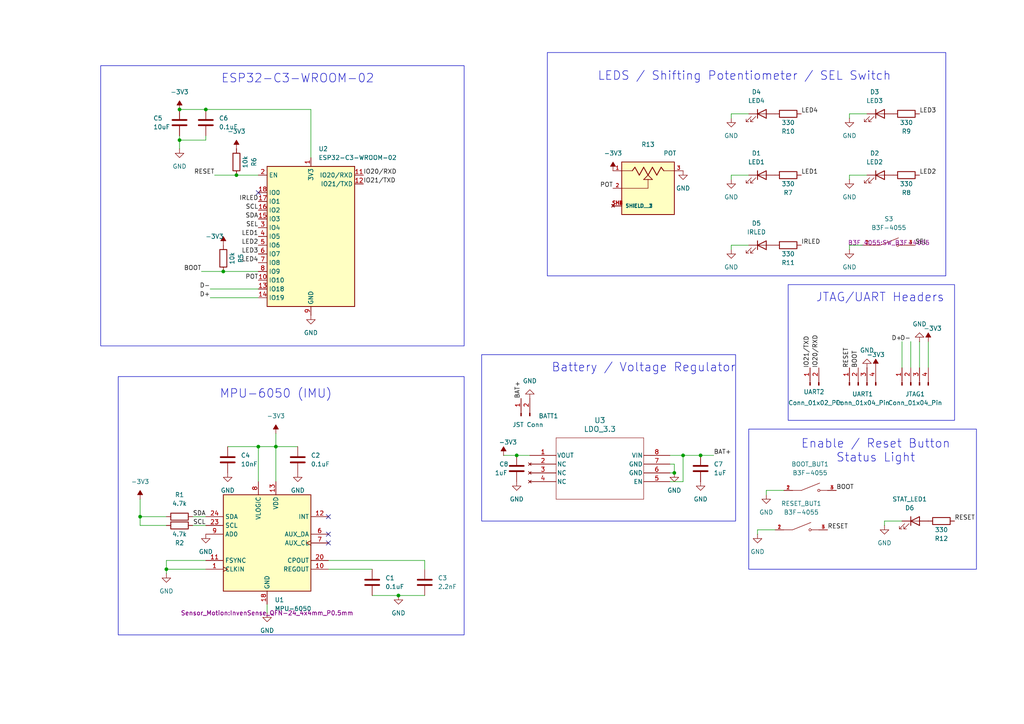
<source format=kicad_sch>
(kicad_sch (version 20250114) (generator "eeschema") (generator_version "9.0")
  (paper "A4")
  (lib_symbols
    (symbol "B3F-4055:B3F-4055" (pin_names (offset 1.016))
      (property "Reference" "S" (at -2.54 2.54 0))
      (property "Value" "B3F-4055" (at -2.54 -2.54 0))
      (symbol "B3F-4055_0_0"
        (polyline (pts (xy -2.54 0) (xy -5.08 0)) (stroke (width 0.1524)))
        (polyline (pts (xy -2.54 0) (xy 2.794 2.1336)) (stroke (width 0.1524)))
        (circle (center 2.54 0) (radius 0.3302) (stroke (width 0.1524)))
        (polyline (pts (xy 5.08 0) (xy 2.921 0)) (stroke (width 0.1524)))
        (pin passive line (at -7.62 0 0) (length 2.54) (name "~") (number "1"))
        (pin passive line (at -7.62 0 0) (length 2.54) (name "~") (number "2"))
        (pin passive line (at 7.62 0 180) (length 2.54) (name "~") (number "3"))
        (pin passive line (at 7.62 0 180) (length 2.54) (name "~") (number "4"))
      )
    )
    (symbol "Connector:Conn_01x02_Pin" (pin_names (offset 1.016) (hide yes))
      (property "Reference" "J" (at 0 2.54 0))
      (property "Value" "Conn_01x02_Pin" (at 0 -5.08 0))
      (symbol "Conn_01x02_Pin_1_1"
        (rectangle (start 0.8636 0.127) (end 0 -0.127) (stroke (width 0.1524)) (fill (type outline)))
        (rectangle (start 0.8636 -2.413) (end 0 -2.667) (stroke (width 0.1524)) (fill (type outline)))
        (polyline (pts (xy 1.27 0) (xy 0.8636 0)) (stroke (width 0.1524)))
        (polyline (pts (xy 1.27 -2.54) (xy 0.8636 -2.54)) (stroke (width 0.1524)))
        (pin passive line (at 5.08 0 180) (length 3.81) (name "Pin_1") (number "1"))
        (pin passive line (at 5.08 -2.54 180) (length 3.81) (name "Pin_2") (number "2"))
      )
    )
    (symbol "Connector:Conn_01x04_Pin" (pin_names (offset 1.016) (hide yes))
      (property "Reference" "J" (at 0 5.08 0))
      (property "Value" "Conn_01x04_Pin" (at 0 -7.62 0))
      (symbol "Conn_01x04_Pin_1_1"
        (rectangle (start 0.8636 2.667) (end 0 2.413) (stroke (width 0.1524)) (fill (type outline)))
        (rectangle (start 0.8636 0.127) (end 0 -0.127) (stroke (width 0.1524)) (fill (type outline)))
        (rectangle (start 0.8636 -2.413) (end 0 -2.667) (stroke (width 0.1524)) (fill (type outline)))
        (rectangle (start 0.8636 -4.953) (end 0 -5.207) (stroke (width 0.1524)) (fill (type outline)))
        (polyline (pts (xy 1.27 2.54) (xy 0.8636 2.54)) (stroke (width 0.1524)))
        (polyline (pts (xy 1.27 0) (xy 0.8636 0)) (stroke (width 0.1524)))
        (polyline (pts (xy 1.27 -2.54) (xy 0.8636 -2.54)) (stroke (width 0.1524)))
        (polyline (pts (xy 1.27 -5.08) (xy 0.8636 -5.08)) (stroke (width 0.1524)))
        (pin passive line (at 5.08 2.54 180) (length 3.81) (name "Pin_1") (number "1"))
        (pin passive line (at 5.08 0 180) (length 3.81) (name "Pin_2") (number "2"))
        (pin passive line (at 5.08 -2.54 180) (length 3.81) (name "Pin_3") (number "3"))
        (pin passive line (at 5.08 -5.08 180) (length 3.81) (name "Pin_4") (number "4"))
      )
    )
    (symbol "Device:C" (pin_numbers (hide yes)) (pin_names (offset 0.254))
      (property "Reference" "C" (at 0.635 2.54 0))
      (property "Value" "C" (at 0.635 -2.54 0))
      (symbol "C_0_1"
        (polyline (pts (xy -2.032 0.762) (xy 2.032 0.762)) (stroke (width 0.508)))
        (polyline (pts (xy -2.032 -0.762) (xy 2.032 -0.762)) (stroke (width 0.508)))
      )
      (symbol "C_1_1"
        (pin passive line (at 0 3.81 270) (length 2.794) (name "~") (number "1"))
        (pin passive line (at 0 -3.81 90) (length 2.794) (name "~") (number "2"))
      )
    )
    (symbol "Device:LED" (pin_numbers (hide yes)) (pin_names (offset 1.016) (hide yes))
      (property "Reference" "D" (at 0 2.54 0))
      (property "Value" "LED" (at 0 -2.54 0))
      (symbol "LED_0_1"
        (polyline (pts (xy -3.048 -0.762) (xy -4.572 -2.286) (xy -3.81 -2.286) (xy -4.572 -2.286) (xy -4.572 -1.524)))
        (polyline (pts (xy -1.778 -0.762) (xy -3.302 -2.286) (xy -2.54 -2.286) (xy -3.302 -2.286) (xy -3.302 -1.524)))
        (polyline (pts (xy -1.27 0) (xy 1.27 0)))
        (polyline (pts (xy -1.27 -1.27) (xy -1.27 1.27)) (stroke (width 0.254)))
        (polyline (pts (xy 1.27 -1.27) (xy 1.27 1.27) (xy -1.27 0) (xy 1.27 -1.27)) (stroke (width 0.254)))
      )
      (symbol "LED_1_1"
        (pin passive line (at -3.81 0 0) (length 2.54) (name "K") (number "1"))
        (pin passive line (at 3.81 0 180) (length 2.54) (name "A") (number "2"))
      )
    )
    (symbol "Device:R" (pin_numbers (hide yes)) (pin_names (offset 0))
      (property "Reference" "R" (at 2.032 0 90))
      (property "Value" "R" (at 0 0 90))
      (symbol "R_0_1"
        (rectangle (start -1.016 -2.54) (end 1.016 2.54) (stroke (width 0.254)))
      )
      (symbol "R_1_1"
        (pin passive line (at 0 3.81 270) (length 1.27) (name "~") (number "1"))
        (pin passive line (at 0 -3.81 90) (length 1.27) (name "~") (number "2"))
      )
    )
    (symbol "Lin_Volt_Reg_Sym:AP2112M-3.3TRG1" (pin_names (offset 0.254))
      (property "Reference" "U3" (at 20.32 10.16 0))
      (property "Value" "AP2112M-3.3TRG1" (at 20.32 7.62 0))
      (symbol "AP2112M-3.3TRG1_0_1"
        (polyline (pts (xy 7.62 5.08) (xy 7.62 -12.7)) (stroke (width 0.127)))
        (polyline (pts (xy 7.62 -12.7) (xy 33.02 -12.7)) (stroke (width 0.127)))
        (polyline (pts (xy 33.02 5.08) (xy 7.62 5.08)) (stroke (width 0.127)))
        (polyline (pts (xy 33.02 -12.7) (xy 33.02 5.08)) (stroke (width 0.127)))
        (pin output line (at 0 0 0) (length 7.62) (name "VOUT") (number "1"))
        (pin no_connect line (at 0 -2.54 0) (length 7.62) (name "NC") (number "2"))
        (pin no_connect line (at 0 -5.08 0) (length 7.62) (name "NC") (number "3"))
        (pin no_connect line (at 0 -7.62 0) (length 7.62) (name "NC") (number "4"))
      )
      (symbol "AP2112M-3.3TRG1_1_1"
        (pin input line (at 40.64 0 180) (length 7.62) (name "VIN") (number "8"))
        (pin passive line (at 40.64 -2.54 180) (length 7.62) (name "GND") (number "7"))
        (pin passive line (at 40.64 -5.08 180) (length 7.62) (name "GND") (number "6"))
        (pin input line (at 40.64 -7.62 180) (length 7.62) (name "EN") (number "5"))
      )
    )
    (symbol "PTA4543-2015CPB104:PTA4543-2015CPB104" (pin_names (offset 1.016))
      (property "Reference" "R13" (at 0 12.7 0))
      (property "Value" "PTA4543-2015CPB104" (at 6.35 10.16 0))
      (symbol "PTA4543-2015CPB104_0_0"
        (rectangle (start -7.62 7.62) (end 7.62 -7.62) (stroke (width 0.254)) (fill (type background)))
        (polyline (pts (xy -7.62 5.08) (xy -4.572 5.08)) (stroke (width 0.1524)))
        (polyline (pts (xy -4.572 5.08) (xy -3.81 6.096)) (stroke (width 0.254)))
        (polyline (pts (xy -3.81 6.096) (xy -2.54 3.81)) (stroke (width 0.254)))
        (polyline (pts (xy -2.54 3.81) (xy -1.27 6.096)) (stroke (width 0.254)))
        (polyline (pts (xy -1.27 6.096) (xy 0 3.81)) (stroke (width 0.254)))
        (polyline (pts (xy -1.27 2.54) (xy 0 3.81)) (stroke (width 0.2032)))
        (polyline (pts (xy 0 3.81) (xy 1.27 6.096)) (stroke (width 0.254)))
        (polyline (pts (xy 0 3.81) (xy 1.27 2.54)) (stroke (width 0.2032)))
        (polyline (pts (xy 0 2.54) (xy -1.27 2.54)) (stroke (width 0.2032)))
        (polyline (pts (xy 0 2.54) (xy 0 0)) (stroke (width 0.1524)))
        (polyline (pts (xy 0 0) (xy -7.62 0)) (stroke (width 0.1524)))
        (polyline (pts (xy 1.27 6.096) (xy 2.54 3.81)) (stroke (width 0.254)))
        (polyline (pts (xy 1.27 2.54) (xy 0 2.54)) (stroke (width 0.2032)))
        (polyline (pts (xy 2.54 3.81) (xy 3.81 6.096)) (stroke (width 0.254)))
        (polyline (pts (xy 3.81 6.096) (xy 4.572 5.08)) (stroke (width 0.254)))
        (polyline (pts (xy 4.572 5.08) (xy 7.62 5.08)) (stroke (width 0.1524)))
        (pin passive line (at -10.16 5.08 0) (length 2.54) (name "~") (number "1"))
        (pin passive line (at -10.16 0 0) (length 2.54) (name "~") (number "2"))
        (pin passive line (at 10.16 5.08 180) (length 2.54) (name "~") (number "3"))
      )
      (symbol "PTA4543-2015CPB104_1_0"
        (pin no_connect line (at -10.16 -5.08 0) (length 2.54) (name "SHIELD") (number "SH1"))
        (pin no_connect line (at -10.16 -5.08 0) (length 2.54) (name "SHIELD__1") (number "SH2"))
        (pin no_connect line (at -10.16 -5.08 0) (length 2.54) (name "SHIELD__2") (number "SH3"))
        (pin no_connect line (at -10.16 -5.08 0) (length 2.54) (name "SHIELD__3") (number "SH4"))
      )
    )
    (symbol "RF_Module:ESP32-C3-WROOM-02"
      (property "Reference" "U" (at -12.192 21.336 0))
      (property "Value" "ESP32-C3-WROOM-02" (at 12.192 21.336 0))
      (symbol "ESP32-C3-WROOM-02_1_1"
        (rectangle (start -12.7 20.32) (end 12.7 -20.32) (stroke (width 0.254)) (fill (type background)))
        (pin input line (at -15.24 17.78 0) (length 2.54) (name "EN") (number "2"))
        (pin bidirectional line (at -15.24 12.7 0) (length 2.54) (name "IO0") (number "18"))
        (pin bidirectional line (at -15.24 10.16 0) (length 2.54) (name "IO1") (number "17"))
        (pin bidirectional line (at -15.24 7.62 0) (length 2.54) (name "IO2") (number "16"))
        (pin bidirectional line (at -15.24 5.08 0) (length 2.54) (name "IO3") (number "15"))
        (pin bidirectional line (at -15.24 2.54 0) (length 2.54) (name "IO4") (number "3"))
        (pin bidirectional line (at -15.24 0 0) (length 2.54) (name "IO5") (number "4"))
        (pin bidirectional line (at -15.24 -2.54 0) (length 2.54) (name "IO6") (number "5"))
        (pin bidirectional line (at -15.24 -5.08 0) (length 2.54) (name "IO7") (number "6"))
        (pin bidirectional line (at -15.24 -7.62 0) (length 2.54) (name "IO8") (number "7"))
        (pin bidirectional line (at -15.24 -10.16 0) (length 2.54) (name "IO9") (number "8"))
        (pin bidirectional line (at -15.24 -12.7 0) (length 2.54) (name "IO10") (number "10"))
        (pin bidirectional line (at -15.24 -15.24 0) (length 2.54) (name "IO18") (number "13"))
        (pin bidirectional line (at -15.24 -17.78 0) (length 2.54) (name "IO19") (number "14"))
        (pin power_in line (at 0 22.86 270) (length 2.54) (name "3V3") (number "1"))
        (pin passive line (at 0 -22.86 90) (length 2.54) (hide yes) (name "GND") (number "19"))
        (pin power_in line (at 0 -22.86 90) (length 2.54) (name "GND") (number "9"))
        (pin bidirectional line (at 15.24 17.78 180) (length 2.54) (name "IO20/RXD") (number "11"))
        (pin bidirectional line (at 15.24 15.24 180) (length 2.54) (name "IO21/TXD") (number "12"))
      )
    )
    (symbol "Sensor_Motion:MPU-6050"
      (property "Reference" "U1" (at 2.1941 -16.51 0))
      (property "Value" "MPU-6050" (at 2.1941 -19.05 0))
      (symbol "MPU-6050_0_0"
        (text "" (at 12.7 -2.54 0) (effects (font (size 1.27 1.27))))
      )
      (symbol "MPU-6050_0_1"
        (rectangle (start -12.7 13.97) (end 12.7 -13.97) (stroke (width 0.254)) (fill (type background)))
      )
      (symbol "MPU-6050_1_1"
        (pin bidirectional line (at -17.78 7.62 0) (length 5.08) (name "SDA") (number "24"))
        (pin input line (at -17.78 5.08 0) (length 5.08) (name "SCL") (number "23"))
        (pin input line (at -17.78 2.54 0) (length 5.08) (name "AD0") (number "9"))
        (pin input line (at -17.78 -5.08 0) (length 5.08) (name "FSYNC") (number "11"))
        (pin input clock (at -17.78 -7.62 0) (length 5.08) (name "CLKIN") (number "1"))
        (pin no_connect line (at -12.7 12.7 0) (length 2.54) (hide yes) (name "NC") (number "2"))
        (pin no_connect line (at -12.7 10.16 0) (length 2.54) (hide yes) (name "NC") (number "3"))
        (pin no_connect line (at -12.7 0 0) (length 2.54) (hide yes) (name "NC") (number "4"))
        (pin no_connect line (at -12.7 -2.54 0) (length 2.54) (hide yes) (name "NC") (number "5"))
        (pin no_connect line (at -12.7 -10.16 0) (length 2.54) (hide yes) (name "NC") (number "14"))
        (pin power_in line (at -2.54 17.78 270) (length 3.81) (name "VLOGIC") (number "8"))
        (pin power_in line (at 0 -17.78 90) (length 3.81) (name "GND") (number "18"))
        (pin power_in line (at 2.54 17.78 270) (length 3.81) (name "VDD") (number "13"))
        (pin no_connect line (at 12.7 12.7 180) (length 2.54) (hide yes) (name "NC") (number "15"))
        (pin no_connect line (at 12.7 10.16 180) (length 2.54) (hide yes) (name "NC") (number "16"))
        (pin no_connect line (at 12.7 5.08 180) (length 2.54) (hide yes) (name "NC") (number "17"))
        (pin no_connect line (at 12.7 -2.54 180) (length 2.54) (hide yes) (name "RESV") (number "21"))
        (pin no_connect line (at 12.7 -10.16 180) (length 2.54) (hide yes) (name "RESV") (number "19"))
        (pin no_connect line (at 12.7 -12.7 180) (length 2.54) (hide yes) (name "RESV") (number "22"))
        (pin output line (at 17.78 7.62 180) (length 5.08) (name "INT") (number "12"))
        (pin bidirectional line (at 17.78 2.54 180) (length 5.08) (name "AUX_DA") (number "6"))
        (pin output clock (at 17.78 0 180) (length 5.08) (name "AUX_CL") (number "7"))
        (pin passive line (at 17.78 -5.08 180) (length 5.08) (name "CPOUT") (number "20"))
        (pin passive line (at 17.78 -7.62 180) (length 5.08) (name "REGOUT") (number "10"))
      )
    )
    (symbol "power:-3V3" (power) (pin_numbers (hide yes)) (pin_names (offset 0) (hide yes))
      (property "Value" "-3V3" (at 0 3.556 0))
      (symbol "-3V3_0_0"
        (pin power_in line (at 0 0 90) (length 0) (name "~") (number "1"))
      )
      (symbol "-3V3_0_1"
        (polyline (pts (xy 0 0) (xy 0 1.27) (xy 0.762 1.27) (xy 0 2.54) (xy -0.762 1.27) (xy 0 1.27)) (fill (type outline)))
      )
    )
    (symbol "power:GND" (power) (pin_numbers (hide yes)) (pin_names (offset 0) (hide yes))
      (property "Value" "GND" (at 0 -3.81 0))
      (symbol "GND_0_1"
        (polyline (pts (xy 0 0) (xy 0 -1.27) (xy 1.27 -1.27) (xy 0 -2.54) (xy -1.27 -1.27) (xy 0 -1.27)))
      )
      (symbol "GND_1_1"
        (pin power_in line (at 0 0 270) (length 0) (name "~") (number "1"))
      )
    )
  )
  (rectangle (start 139.7 102.87) (end 213.36 151.13))
  (rectangle (start 34.29 109.22) (end 134.62 184.15))
  (rectangle (start 228.6 82.55) (end 276.86 121.92))
  (rectangle (start 29.21 19.05) (end 134.62 100.33))
  (rectangle (start 158.75 15.24) (end 274.32 80.01))
  (rectangle (start 217.17 124.46) (end 283.21 165.1))
  (text "Enable / Reset Button\nStatus Light" (at 254 130.81 0) (effects (font (size 2.5 2.5))))
  (text "LEDS / Shifting Potentiometer / SEL Switch\n\n" (at 215.9 24.13 0) (effects (font (size 2.5 2.5))))
  (text "Battery / Voltage Regulator" (at 186.69 106.68 0) (effects (font (size 2.5 2.5))))
  (text "ESP32-C3-WROOM-02\n" (at 86.36 22.86 0) (effects (font (size 2.5 2.5))))
  (text "JTAG/UART Headers\n" (at 255.27 86.36 0) (effects (font (size 2.5 2.5))))
  (text "MPU-6050 (IMU)\n" (at 80.01 114.3 0) (effects (font (size 2.5 2.5))))
  (junction (at 74.93 129.54))
  (junction (at 203.2 132.08))
  (junction (at 68.58 50.8))
  (junction (at 52.07 40.64))
  (junction (at 52.07 31.75))
  (junction (at 64.77 78.74))
  (junction (at 198.12 132.08))
  (junction (at 149.86 132.08))
  (junction (at 40.64 149.86))
  (junction (at 59.69 31.75))
  (junction (at 195.58 137.16))
  (junction (at 48.26 165.1))
  (junction (at 80.01 129.54))
  (junction (at 115.57 172.72))
  (no_connect (at 95.25 149.86))
  (no_connect (at 95.25 157.48))
  (no_connect (at 95.25 154.94))
  (no_connect (at 74.93 55.88))
  (wire (pts (xy 115.57 172.72) (xy 123.19 172.72)))
  (wire (pts (xy 266.7 99.06) (xy 266.7 106.68)))
  (wire (pts (xy 80.01 129.54) (xy 80.01 139.7)))
  (wire (pts (xy 55.88 152.4) (xy 59.69 152.4)))
  (wire (pts (xy 66.04 129.54) (xy 74.93 129.54)))
  (wire (pts (xy 246.38 33.02) (xy 246.38 34.29)))
  (wire (pts (xy 59.69 165.1) (xy 48.26 165.1)))
  (wire (pts (xy 59.69 39.37) (xy 59.69 40.64)))
  (wire (pts (xy 52.07 39.37) (xy 52.07 40.64)))
  (wire (pts (xy 48.26 162.56) (xy 59.69 162.56)))
  (wire (pts (xy 74.93 129.54) (xy 74.93 139.7)))
  (wire (pts (xy 195.58 137.16) (xy 194.31 137.16)))
  (wire (pts (xy 52.07 31.75) (xy 59.69 31.75)))
  (wire (pts (xy 246.38 71.12) (xy 246.38 72.39)))
  (wire (pts (xy 251.46 50.8) (xy 246.38 50.8)))
  (wire (pts (xy 55.88 149.86) (xy 59.69 149.86)))
  (wire (pts (xy 212.09 33.02) (xy 212.09 34.29)))
  (wire (pts (xy 48.26 152.4) (xy 40.64 152.4)))
  (wire (pts (xy 217.17 50.8) (xy 212.09 50.8)))
  (wire (pts (xy 203.2 132.08) (xy 207.01 132.08)))
  (wire (pts (xy 62.23 50.8) (xy 68.58 50.8)))
  (wire (pts (xy 251.46 33.02) (xy 246.38 33.02)))
  (wire (pts (xy 95.25 165.1) (xy 107.95 165.1)))
  (wire (pts (xy 149.86 132.08) (xy 153.67 132.08)))
  (wire (pts (xy 95.25 162.56) (xy 123.19 162.56)))
  (wire (pts (xy 195.58 134.62) (xy 195.58 137.16)))
  (wire (pts (xy 48.26 165.1) (xy 48.26 166.37)))
  (wire (pts (xy 219.71 153.67) (xy 219.71 154.94)))
  (wire (pts (xy 107.95 172.72) (xy 115.57 172.72)))
  (wire (pts (xy 194.31 132.08) (xy 198.12 132.08)))
  (wire (pts (xy 48.26 162.56) (xy 48.26 165.1)))
  (wire (pts (xy 212.09 50.8) (xy 212.09 52.07)))
  (wire (pts (xy 60.96 83.82) (xy 74.93 83.82)))
  (wire (pts (xy 48.26 149.86) (xy 40.64 149.86)))
  (wire (pts (xy 40.64 144.78) (xy 40.64 149.86)))
  (wire (pts (xy 269.24 99.06) (xy 269.24 106.68)))
  (wire (pts (xy 217.17 71.12) (xy 212.09 71.12)))
  (wire (pts (xy 261.62 99.06) (xy 261.62 106.68)))
  (wire (pts (xy 80.01 125.73) (xy 80.01 129.54)))
  (wire (pts (xy 224.79 153.67) (xy 219.71 153.67)))
  (wire (pts (xy 264.16 99.06) (xy 264.16 106.68)))
  (wire (pts (xy 222.25 142.24) (xy 222.25 143.51)))
  (wire (pts (xy 227.33 142.24) (xy 222.25 142.24)))
  (wire (pts (xy 123.19 162.56) (xy 123.19 165.1)))
  (wire (pts (xy 194.31 134.62) (xy 195.58 134.62)))
  (wire (pts (xy 90.17 45.72) (xy 90.17 31.75)))
  (wire (pts (xy 217.17 33.02) (xy 212.09 33.02)))
  (wire (pts (xy 68.58 50.8) (xy 74.93 50.8)))
  (wire (pts (xy 59.69 31.75) (xy 90.17 31.75)))
  (wire (pts (xy 261.62 151.13) (xy 256.54 151.13)))
  (wire (pts (xy 194.31 139.7) (xy 198.12 139.7)))
  (wire (pts (xy 146.05 132.08) (xy 149.86 132.08)))
  (wire (pts (xy 198.12 132.08) (xy 198.12 139.7)))
  (wire (pts (xy 250.19 71.12) (xy 246.38 71.12)))
  (wire (pts (xy 74.93 129.54) (xy 80.01 129.54)))
  (wire (pts (xy 40.64 152.4) (xy 40.64 149.86)))
  (wire (pts (xy 52.07 40.64) (xy 52.07 43.18)))
  (wire (pts (xy 256.54 151.13) (xy 256.54 152.4)))
  (wire (pts (xy 212.09 71.12) (xy 212.09 72.39)))
  (wire (pts (xy 60.96 86.36) (xy 74.93 86.36)))
  (wire (pts (xy 64.77 78.74) (xy 74.93 78.74)))
  (wire (pts (xy 80.01 129.54) (xy 86.36 129.54)))
  (wire (pts (xy 246.38 50.8) (xy 246.38 52.07)))
  (wire (pts (xy 58.42 78.74) (xy 64.77 78.74)))
  (wire (pts (xy 198.12 132.08) (xy 203.2 132.08)))
  (wire (pts (xy 77.47 175.26) (xy 77.47 177.8)))
  (wire (pts (xy 52.07 40.64) (xy 59.69 40.64)))
  (label "D+" (at 60.96 86.36 180))
  (label "IRLED" (at 232.41 71.12 0))
  (label "IO20/RXD" (at 105.41 50.8 0))
  (label "IRLED" (at 74.93 58.42 180))
  (label "RESET" (at 240.03 153.67 0))
  (label "LED4" (at 74.93 76.2 180))
  (label "LED1" (at 232.41 50.8 0))
  (label "RESET" (at 246.38 106.68 90))
  (label "SCL" (at 74.93 60.96 180))
  (label "BAT+" (at 151.13 115.57 90))
  (label "D+" (at 261.62 99.06 180))
  (label "IO21/TXD" (at 234.95 106.68 90))
  (label "D-" (at 264.16 99.06 180))
  (label "BOOT" (at 248.92 106.68 90))
  (label "IO20/RXD" (at 237.49 106.68 90))
  (label "SDA" (at 59.69 149.86 180))
  (label "BAT+" (at 207.01 132.08 0))
  (label "POT" (at 177.8 54.61 180))
  (label "SEL" (at 265.43 71.12 0))
  (label "IO21/TXD" (at 105.41 53.34 0))
  (label "LED4" (at 232.41 33.02 0))
  (label "SCL" (at 59.69 152.4 180))
  (label "BOOT" (at 58.42 78.74 180))
  (label "LED3" (at 266.7 33.02 0))
  (label "LED2" (at 74.93 71.12 180))
  (label "BOOT" (at 242.57 142.24 0))
  (label "SEL" (at 74.93 66.04 180))
  (label "LED1" (at 74.93 68.58 180))
  (label "SDA" (at 74.93 63.5 180))
  (label "LED2" (at 266.7 50.8 0))
  (label "D-" (at 60.96 83.82 180))
  (label "RESET" (at 62.23 50.8 180))
  (label "POT" (at 74.93 81.28 180))
  (label "LED3" (at 74.93 73.66 180))
  (label "RESET" (at 276.86 151.13 0))
  (symbol (lib_id "Connector:Conn_01x02_Pin") (at 234.95 111.76 90) (unit 1)
    (property "Reference" "UART2" (at 233.045 113.665 90) (effects (justify right)))
    (property "Value" "Conn_01x02_Pin" (at 228.6 116.84 90) (effects (justify right)))
    (property "Footprint" "Connector_PinHeader_2.54mm:PinHeader_1x02_P2.54mm_Vertical" (effects (hide yes)))
    (property "Description" "Generic connector, single row, 01x02, script generated" (effects (hide yes)))
  )
  (symbol (lib_id "Device:C") (at 123.19 168.91 0) (unit 1)
    (property "Reference" "C3" (at 127 167.6399 0) (effects (justify left)))
    (property "Value" "2.2nF" (at 127 170.1799 0) (effects (justify left)))
    (property "Footprint" "Capacitor_SMD:C_0805_2012Metric_Pad1.18x1.45mm_HandSolder" (effects (hide yes)))
    (property "Description" "Unpolarized capacitor" (effects (hide yes)))
  )
  (symbol (lib_id "power:GND") (at 256.54 152.4 0) (unit 1)
    (property "Reference" "#PWR029" (effects (hide yes)))
    (property "Value" "GND" (at 256.54 157.48 0))
    (property "Description" "Power symbol creates a global label with name \"GND\" , ground" (effects (hide yes)))
  )
  (symbol (lib_id "Device:LED") (at 255.27 50.8 0) (unit 1)
    (property "Reference" "D2" (at 253.6825 44.45 0))
    (property "Value" "LED2" (at 253.6825 46.99 0))
    (property "Footprint" "LED_THT:LED_D3.0mm" (effects (hide yes)))
    (property "Description" "Light emitting diode" (effects (hide yes)))
    (property "Sim.Pins" "1=K 2=A" (effects (hide yes)))
  )
  (symbol (lib_id "Device:C") (at 52.07 35.56 0) (unit 1)
    (property "Reference" "C5" (at 44.45 34.29 0) (effects (justify left)))
    (property "Value" "10uF" (at 44.45 36.83 0) (effects (justify left)))
    (property "Footprint" "Capacitor_SMD:C_0805_2012Metric_Pad1.18x1.45mm_HandSolder" (effects (hide yes)))
    (property "Description" "Unpolarized capacitor" (effects (hide yes)))
  )
  (symbol (lib_id "power:-3V3") (at 80.01 125.73 0) (unit 1)
    (property "Reference" "#PWR04" (effects (hide yes)))
    (property "Value" "-3V3" (at 80.01 120.65 0))
    (property "Description" "Power symbol creates a global label with name \"-3V3\"" (effects (hide yes)))
  )
  (symbol (lib_id "power:-3V3") (at 68.58 43.18 0) (unit 1)
    (property "Reference" "#PWR013" (effects (hide yes)))
    (property "Value" "-3V3" (at 68.58 38.1 0))
    (property "Description" "Power symbol creates a global label with name \"-3V3\"" (effects (hide yes)))
  )
  (symbol (lib_id "power:GND") (at 212.09 34.29 0) (unit 1)
    (property "Reference" "#PWR018" (effects (hide yes)))
    (property "Value" "GND" (at 212.09 39.37 0))
    (property "Description" "Power symbol creates a global label with name \"GND\" , ground" (effects (hide yes)))
  )
  (symbol (lib_id "power:GND") (at 198.12 49.53 0) (unit 1)
    (property "Reference" "#PWR032" (effects (hide yes)))
    (property "Value" "GND" (at 198.12 54.61 0))
    (property "Description" "Power symbol creates a global label with name \"GND\" , ground" (effects (hide yes)))
  )
  (symbol (lib_id "power:GND") (at 195.58 137.16 0) (unit 1)
    (property "Reference" "#PWR028" (effects (hide yes)))
    (property "Value" "GND" (at 195.58 142.24 0))
    (property "Description" "Power symbol creates a global label with name \"GND\" , ground" (effects (hide yes)))
  )
  (symbol (lib_id "power:-3V3") (at 146.05 132.08 0) (unit 1)
    (property "Reference" "#PWR026" (effects (hide yes)))
    (property "Value" "-3V3" (at 147.32 128.27 0))
    (property "Description" "Power symbol creates a global label with name \"-3V3\"" (effects (hide yes)))
  )
  (symbol (lib_id "power:GND") (at 90.17 91.44 0) (unit 1)
    (property "Reference" "#PWR08" (effects (hide yes)))
    (property "Value" "GND" (at 90.17 96.52 0))
    (property "Description" "Power symbol creates a global label with name \"GND\" , ground" (effects (hide yes)))
  )
  (symbol (lib_id "power:-3V3") (at 40.64 144.78 0) (unit 1)
    (property "Reference" "#PWR02" (effects (hide yes)))
    (property "Value" "-3V3" (at 40.64 139.7 0))
    (property "Description" "Power symbol creates a global label with name \"-3V3\"" (effects (hide yes)))
  )
  (symbol (lib_id "Device:LED") (at 255.27 33.02 0) (unit 1)
    (property "Reference" "D3" (at 253.6825 26.67 0))
    (property "Value" "LED3" (at 253.6825 29.21 0))
    (property "Footprint" "LED_THT:LED_D3.0mm" (effects (hide yes)))
    (property "Description" "Light emitting diode" (effects (hide yes)))
    (property "Sim.Pins" "1=K 2=A" (effects (hide yes)))
  )
  (symbol (lib_id "Device:R") (at 262.89 50.8 90) (unit 1)
    (property "Reference" "R8" (at 262.89 55.88 90))
    (property "Value" "330" (at 262.89 53.34 90))
    (property "Footprint" "Resistor_SMD:R_0805_2012Metric_Pad1.20x1.40mm_HandSolder" (effects (hide yes)))
    (property "Description" "Resistor" (effects (hide yes)))
  )
  (symbol (lib_id "power:GND") (at 251.46 106.68 180) (unit 1)
    (property "Reference" "#PWR021" (effects (hide yes)))
    (property "Value" "GND" (at 251.46 101.6 0))
    (property "Description" "Power symbol creates a global label with name \"GND\" , ground" (effects (hide yes)))
  )
  (symbol (lib_id "Device:C") (at 107.95 168.91 0) (unit 1)
    (property "Reference" "C1" (at 111.76 167.6399 0) (effects (justify left)))
    (property "Value" "0.1uF" (at 111.76 170.1799 0) (effects (justify left)))
    (property "Footprint" "Capacitor_SMD:C_0805_2012Metric_Pad1.18x1.45mm_HandSolder" (effects (hide yes)))
    (property "Description" "Unpolarized capacitor" (effects (hide yes)))
  )
  (symbol (lib_id "Connector:Conn_01x04_Pin") (at 264.16 111.76 90) (unit 1)
    (property "Reference" "JTAG1" (at 265.43 114.3 90))
    (property "Value" "Conn_01x04_Pin" (at 265.43 116.84 90))
    (property "Footprint" "Connector_PinHeader_2.54mm:PinHeader_1x04_P2.54mm_Vertical" (effects (hide yes)))
    (property "Description" "Generic connector, single row, 01x04, script generated" (effects (hide yes)))
  )
  (symbol (lib_id "Lin_Volt_Reg_Sym:AP2112M-3.3TRG1") (at 153.67 132.08 0) (unit 1)
    (property "Reference" "U3" (at 173.99 121.92 0) (effects (font (size 1.524 1.524))))
    (property "Value" "LDO_3.3" (at 173.99 124.46 0) (effects (font (size 1.524 1.524))))
    (property "Footprint" "Lin_Volt_Reg_foot:AP2112M-3.3TRG1_DIO" (effects (hide yes)))
    (property "Datasheet" "AP2112M-3.3TRG1" (effects (hide yes)))
  )
  (symbol (lib_id "Device:R") (at 68.58 46.99 180) (unit 1)
    (property "Reference" "R6" (at 73.66 46.99 90))
    (property "Value" "10k" (at 71.12 46.99 90))
    (property "Footprint" "Resistor_SMD:R_0805_2012Metric_Pad1.20x1.40mm_HandSolder" (effects (hide yes)))
    (property "Description" "Resistor" (effects (hide yes)))
  )
  (symbol (lib_id "Device:C") (at 86.36 133.35 0) (unit 1)
    (property "Reference" "C2" (at 90.17 132.0799 0) (effects (justify left)))
    (property "Value" "0.1uF" (at 90.17 134.6199 0) (effects (justify left)))
    (property "Footprint" "Capacitor_SMD:C_0805_2012Metric_Pad1.18x1.45mm_HandSolder" (effects (hide yes)))
    (property "Description" "Unpolarized capacitor" (effects (hide yes)))
  )
  (symbol (lib_id "Device:R") (at 273.05 151.13 90) (unit 1)
    (property "Reference" "R12" (at 273.05 156.21 90))
    (property "Value" "330" (at 273.05 153.67 90))
    (property "Footprint" "Resistor_SMD:R_0805_2012Metric_Pad1.20x1.40mm_HandSolder" (effects (hide yes)))
    (property "Description" "Resistor" (effects (hide yes)))
  )
  (symbol (lib_id "power:GND") (at 222.25 143.51 0) (unit 1)
    (property "Reference" "#PWR023" (effects (hide yes)))
    (property "Value" "GND" (at 222.25 148.59 0))
    (property "Description" "Power symbol creates a global label with name \"GND\" , ground" (effects (hide yes)))
  )
  (symbol (lib_id "Device:LED") (at 220.98 71.12 0) (unit 1)
    (property "Reference" "D5" (at 219.3925 64.77 0))
    (property "Value" "IRLED" (at 219.3925 67.31 0))
    (property "Footprint" "LED_THT:LED_D3.0mm" (effects (hide yes)))
    (property "Description" "Light emitting diode" (effects (hide yes)))
    (property "Sim.Pins" "1=K 2=A" (effects (hide yes)))
  )
  (symbol (lib_id "Device:C") (at 66.04 133.35 0) (unit 1)
    (property "Reference" "C4" (at 69.85 132.0799 0) (effects (justify left)))
    (property "Value" "10nF" (at 69.85 134.6199 0) (effects (justify left)))
    (property "Footprint" "Capacitor_SMD:C_0805_2012Metric_Pad1.18x1.45mm_HandSolder" (effects (hide yes)))
    (property "Description" "Unpolarized capacitor" (effects (hide yes)))
  )
  (symbol (lib_id "B3F-4055:B3F-4055") (at 234.95 142.24 0) (unit 1)
    (property "Reference" "BOOT_BUT1" (at 234.95 134.62 0))
    (property "Value" "B3F-4055" (at 234.95 137.16 0))
    (property "Footprint" "B3F_4055:SW_B3F-4055" (effects (hide yes)))
    (property "PARTREV" "A070-E1-08" (effects (hide yes)))
    (property "STANDARD" "Manufacturer Recommendations" (effects (hide yes)))
    (property "MAXIMUM_PACKAGE_HEIGHT" "7.5 mm" (effects (hide yes)))
    (property "MANUFACTURER" "Omron Electronics" (effects (hide yes)))
  )
  (symbol (lib_id "power:-3V3") (at 177.8 49.53 0) (unit 1)
    (property "Reference" "#PWR033" (effects (hide yes)))
    (property "Value" "-3V3" (at 177.8 44.45 0))
    (property "Description" "Power symbol creates a global label with name \"-3V3\"" (effects (hide yes)))
  )
  (symbol (lib_id "power:GND") (at 77.47 177.8 0) (unit 1)
    (property "Reference" "#PWR01" (effects (hide yes)))
    (property "Value" "GND" (at 77.47 182.88 0))
    (property "Description" "Power symbol creates a global label with name \"GND\" , ground" (effects (hide yes)))
  )
  (symbol (lib_id "Device:LED") (at 220.98 33.02 0) (unit 1)
    (property "Reference" "D4" (at 219.3925 26.67 0))
    (property "Value" "LED4" (at 219.3925 29.21 0))
    (property "Footprint" "LED_THT:LED_D3.0mm" (effects (hide yes)))
    (property "Description" "Light emitting diode" (effects (hide yes)))
    (property "Sim.Pins" "1=K 2=A" (effects (hide yes)))
  )
  (symbol (lib_id "power:-3V3") (at 254 106.68 0) (unit 1)
    (property "Reference" "#PWR011" (effects (hide yes)))
    (property "Value" "-3V3" (at 254 102.87 0))
    (property "Description" "Power symbol creates a global label with name \"-3V3\"" (effects (hide yes)))
  )
  (symbol (lib_id "power:GND") (at 212.09 72.39 0) (unit 1)
    (property "Reference" "#PWR019" (effects (hide yes)))
    (property "Value" "GND" (at 212.09 77.47 0))
    (property "Description" "Power symbol creates a global label with name \"GND\" , ground" (effects (hide yes)))
  )
  (symbol (lib_id "power:-3V3") (at 64.77 71.12 0) (unit 1)
    (property "Reference" "#PWR022" (effects (hide yes)))
    (property "Value" "-3V3" (at 62.23 68.58 0))
    (property "Description" "Power symbol creates a global label with name \"-3V3\"" (effects (hide yes)))
  )
  (symbol (lib_id "power:-3V3") (at 52.07 31.75 0) (unit 1)
    (property "Reference" "#PWR09" (effects (hide yes)))
    (property "Value" "-3V3" (at 52.07 26.67 0))
    (property "Description" "Power symbol creates a global label with name \"-3V3\"" (effects (hide yes)))
  )
  (symbol (lib_id "power:GND") (at 66.04 137.16 0) (unit 1)
    (property "Reference" "#PWR06" (effects (hide yes)))
    (property "Value" "GND" (at 66.04 142.24 0))
    (property "Description" "Power symbol creates a global label with name \"GND\" , ground" (effects (hide yes)))
  )
  (symbol (lib_id "power:GND") (at 246.38 52.07 0) (unit 1)
    (property "Reference" "#PWR016" (effects (hide yes)))
    (property "Value" "GND" (at 246.38 57.15 0))
    (property "Description" "Power symbol creates a global label with name \"GND\" , ground" (effects (hide yes)))
  )
  (symbol (lib_id "power:GND") (at 246.38 72.39 0) (unit 1)
    (property "Reference" "#PWR031" (effects (hide yes)))
    (property "Value" "GND" (at 246.38 77.47 0))
    (property "Description" "Power symbol creates a global label with name \"GND\" , ground" (effects (hide yes)))
  )
  (symbol (lib_id "RF_Module:ESP32-C3-WROOM-02") (at 90.17 68.58 0) (unit 1)
    (property "Reference" "U2" (at 92.3641 43.18 0) (effects (justify left)))
    (property "Value" "ESP32-C3-WROOM-02" (at 92.3641 45.72 0) (effects (justify left)))
    (property "Footprint" "RF_Module:ESP32-C3-WROOM-02" (effects (hide yes)))
    (property "Datasheet" "https://www.espressif.com/sites/default/files/documentation/esp32-c3-wroom-02_datasheet_en.pdf" (effects (hide yes)))
    (property "Description" "802.11 b/g/n Wi­Fi and Bluetooth 5 module, ESP32­C3 SoC, RISC­V microprocessor, On-board antenna" (effects (hide yes)))
  )
  (symbol (lib_id "power:GND") (at 153.67 115.57 180) (unit 1)
    (property "Reference" "#PWR025" (effects (hide yes)))
    (property "Value" "GND" (at 153.67 110.49 0))
    (property "Description" "Power symbol creates a global label with name \"GND\" , ground" (effects (hide yes)))
  )
  (symbol (lib_id "Device:LED") (at 265.43 151.13 0) (unit 1)
    (property "Reference" "STAT_LED1" (at 263.8425 144.78 0))
    (property "Value" "D6" (at 263.8425 147.32 0))
    (property "Footprint" "LED_SMD:LED_0805_2012Metric_Pad1.15x1.40mm_HandSolder" (effects (hide yes)))
    (property "Description" "Light emitting diode" (effects (hide yes)))
    (property "Sim.Pins" "1=K 2=A" (effects (hide yes)))
  )
  (symbol (lib_id "Connector:Conn_01x02_Pin") (at 151.13 120.65 90) (unit 1)
    (property "Reference" "BATT1" (at 156.21 120.65 90) (effects (justify right)))
    (property "Value" "JST Conn" (at 148.59 123.19 90) (effects (justify right)))
    (property "Footprint" "Connector_JST:JST_EH_B2B-EH-A_1x02_P2.50mm_Vertical" (effects (hide yes)))
    (property "Description" "Generic connector, single row, 01x02, script generated" (effects (hide yes)))
  )
  (symbol (lib_id "PTA4543-2015CPB104:PTA4543-2015CPB104") (at 187.96 54.61 0) (unit 1)
    (property "Reference" "R13" (at 187.96 41.91 0))
    (property "Value" "POT" (at 194.31 44.45 0))
    (property "Footprint" "PTA4543_2015CPB104:TRIM_PTA4543-2015CPB104" (effects (hide yes)))
    (property "PARTREV" "04/21" (effects (hide yes)))
    (property "MANUFACTURER" "Bourns" (effects (hide yes)))
    (property "MAXIMUM_PACKAGE_HEIGHT" "21.5mm" (effects (hide yes)))
    (property "STANDARD" "Manufacturer Recommendations" (effects (hide yes)))
  )
  (symbol (lib_id "Device:R") (at 228.6 50.8 90) (unit 1)
    (property "Reference" "R7" (at 228.6 55.88 90))
    (property "Value" "330" (at 228.6 53.34 90))
    (property "Footprint" "Resistor_SMD:R_0805_2012Metric_Pad1.20x1.40mm_HandSolder" (effects (hide yes)))
    (property "Description" "Resistor" (effects (hide yes)))
  )
  (symbol (lib_id "power:GND") (at 203.2 139.7 0) (unit 1)
    (property "Reference" "#PWR024" (effects (hide yes)))
    (property "Value" "GND" (at 203.2 144.78 0))
    (property "Description" "Power symbol creates a global label with name \"GND\" , ground" (effects (hide yes)))
  )
  (symbol (lib_id "Device:R") (at 52.07 149.86 90) (unit 1)
    (property "Reference" "R1" (at 52.07 143.51 90))
    (property "Value" "4.7k" (at 52.07 146.05 90))
    (property "Footprint" "Resistor_SMD:R_0805_2012Metric_Pad1.20x1.40mm_HandSolder" (effects (hide yes)))
    (property "Description" "Resistor" (effects (hide yes)))
  )
  (symbol (lib_id "Device:C") (at 59.69 35.56 0) (unit 1)
    (property "Reference" "C6" (at 63.5 34.2899 0) (effects (justify left)))
    (property "Value" "0.1uF" (at 63.5 36.8299 0) (effects (justify left)))
    (property "Footprint" "Capacitor_SMD:C_0805_2012Metric_Pad1.18x1.45mm_HandSolder" (effects (hide yes)))
    (property "Description" "Unpolarized capacitor" (effects (hide yes)))
  )
  (symbol (lib_id "power:GND") (at 59.69 154.94 0) (unit 1)
    (property "Reference" "#PWR034" (effects (hide yes)))
    (property "Value" "GND" (at 59.69 160.02 0))
    (property "Description" "Power symbol creates a global label with name \"GND\" , ground" (effects (hide yes)))
  )
  (symbol (lib_id "power:GND") (at 52.07 43.18 0) (unit 1)
    (property "Reference" "#PWR010" (effects (hide yes)))
    (property "Value" "GND" (at 52.07 48.26 0))
    (property "Description" "Power symbol creates a global label with name \"GND\" , ground" (effects (hide yes)))
  )
  (symbol (lib_id "power:GND") (at 212.09 52.07 0) (unit 1)
    (property "Reference" "#PWR015" (effects (hide yes)))
    (property "Value" "GND" (at 212.09 57.15 0))
    (property "Description" "Power symbol creates a global label with name \"GND\" , ground" (effects (hide yes)))
  )
  (symbol (lib_id "Device:R") (at 228.6 71.12 90) (unit 1)
    (property "Reference" "R11" (at 228.6 76.2 90))
    (property "Value" "330" (at 228.6 73.66 90))
    (property "Footprint" "Resistor_SMD:R_0805_2012Metric_Pad1.20x1.40mm_HandSolder" (effects (hide yes)))
    (property "Description" "Resistor" (effects (hide yes)))
  )
  (symbol (lib_id "power:GND") (at 149.86 139.7 0) (unit 1)
    (property "Reference" "#PWR027" (effects (hide yes)))
    (property "Value" "GND" (at 149.86 144.78 0))
    (property "Description" "Power symbol creates a global label with name \"GND\" , ground" (effects (hide yes)))
  )
  (symbol (lib_id "B3F-4055:B3F-4055") (at 232.41 153.67 0) (unit 1)
    (property "Reference" "RESET_BUT1" (at 232.41 146.05 0))
    (property "Value" "B3F-4055" (at 232.41 148.59 0))
    (property "Footprint" "B3F_4055:SW_B3F-4055" (effects (hide yes)))
    (property "PARTREV" "A070-E1-08" (effects (hide yes)))
    (property "STANDARD" "Manufacturer Recommendations" (effects (hide yes)))
    (property "MAXIMUM_PACKAGE_HEIGHT" "7.5 mm" (effects (hide yes)))
    (property "MANUFACTURER" "Omron Electronics" (effects (hide yes)))
  )
  (symbol (lib_id "power:GND") (at 86.36 137.16 0) (unit 1)
    (property "Reference" "#PWR03" (effects (hide yes)))
    (property "Value" "GND" (at 86.36 142.24 0))
    (property "Description" "Power symbol creates a global label with name \"GND\" , ground" (effects (hide yes)))
  )
  (symbol (lib_id "Device:LED") (at 220.98 50.8 0) (unit 1)
    (property "Reference" "D1" (at 219.3925 44.45 0))
    (property "Value" "LED1" (at 219.3925 46.99 0))
    (property "Footprint" "LED_THT:LED_D3.0mm" (effects (hide yes)))
    (property "Description" "Light emitting diode" (effects (hide yes)))
    (property "Sim.Pins" "1=K 2=A" (effects (hide yes)))
  )
  (symbol (lib_id "power:-3V3") (at 269.24 99.06 0) (unit 1)
    (property "Reference" "#PWR012" (effects (hide yes)))
    (property "Value" "-3V3" (at 270.51 95.25 0))
    (property "Description" "Power symbol creates a global label with name \"-3V3\"" (effects (hide yes)))
  )
  (symbol (lib_id "B3F-4055:B3F-4055") (at 257.81 71.12 0) (unit 1)
    (property "Reference" "S3" (at 257.81 63.5 0))
    (property "Value" "B3F-4055" (at 257.81 66.04 0))
    (property "Footprint" "B3F_4055:SW_B3F-4055" (at 257.81 71.12 0) (effects (justify bottom)))
    (property "PARTREV" "A070-E1-08" (effects (hide yes)))
    (property "STANDARD" "Manufacturer Recommendations" (effects (hide yes)))
    (property "MAXIMUM_PACKAGE_HEIGHT" "7.5 mm" (effects (hide yes)))
    (property "MANUFACTURER" "Omron Electronics" (effects (hide yes)))
  )
  (symbol (lib_id "Sensor_Motion:MPU-6050") (at 77.47 157.48 0) (unit 1)
    (property "Reference" "U1" (at 79.6641 173.99 0) (effects (justify left)))
    (property "Value" "MPU-6050" (at 79.6641 176.53 0) (effects (justify left)))
    (property "Footprint" "Sensor_Motion:InvenSense_QFN-24_4x4mm_P0.5mm" (at 77.47 177.8 0))
    (property "Datasheet" "https://invensense.tdk.com/wp-content/uploads/2015/02/MPU-6000-Datasheet1.pdf" (effects (hide yes)))
    (property "Description" "InvenSense 6-Axis Motion Sensor, Gyroscope, Accelerometer, I2C" (effects (hide yes)))
  )
  (symbol (lib_id "power:GND") (at 115.57 172.72 0) (unit 1)
    (property "Reference" "#PWR07" (effects (hide yes)))
    (property "Value" "GND" (at 115.57 177.8 0))
    (property "Description" "Power symbol creates a global label with name \"GND\" , ground" (effects (hide yes)))
  )
  (symbol (lib_id "power:GND") (at 219.71 154.94 0) (unit 1)
    (property "Reference" "#PWR014" (effects (hide yes)))
    (property "Value" "GND" (at 219.71 160.02 0))
    (property "Description" "Power symbol creates a global label with name \"GND\" , ground" (effects (hide yes)))
  )
  (symbol (lib_id "power:GND") (at 246.38 34.29 0) (unit 1)
    (property "Reference" "#PWR017" (effects (hide yes)))
    (property "Value" "GND" (at 246.38 39.37 0))
    (property "Description" "Power symbol creates a global label with name \"GND\" , ground" (effects (hide yes)))
  )
  (symbol (lib_id "Device:C") (at 149.86 135.89 0) (unit 1)
    (property "Reference" "C8" (at 144.78 134.62 0) (effects (justify left)))
    (property "Value" "1uF" (at 143.51 137.16 0) (effects (justify left)))
    (property "Footprint" "Capacitor_SMD:C_0805_2012Metric_Pad1.18x1.45mm_HandSolder" (effects (hide yes)))
    (property "Description" "Unpolarized capacitor" (effects (hide yes)))
  )
  (symbol (lib_id "Device:C") (at 203.2 135.89 0) (unit 1)
    (property "Reference" "C7" (at 207.01 134.6199 0) (effects (justify left)))
    (property "Value" "1uF" (at 207.01 137.1599 0) (effects (justify left)))
    (property "Footprint" "Capacitor_SMD:C_0805_2012Metric_Pad1.18x1.45mm_HandSolder" (effects (hide yes)))
    (property "Description" "Unpolarized capacitor" (effects (hide yes)))
  )
  (symbol (lib_id "Device:R") (at 262.89 33.02 90) (unit 1)
    (property "Reference" "R9" (at 262.89 38.1 90))
    (property "Value" "330" (at 262.89 35.56 90))
    (property "Footprint" "Resistor_SMD:R_0805_2012Metric_Pad1.20x1.40mm_HandSolder" (effects (hide yes)))
    (property "Description" "Resistor" (effects (hide yes)))
  )
  (symbol (lib_id "power:GND") (at 266.7 99.06 180) (unit 1)
    (property "Reference" "#PWR020" (effects (hide yes)))
    (property "Value" "GND" (at 266.7 93.98 0))
    (property "Description" "Power symbol creates a global label with name \"GND\" , ground" (effects (hide yes)))
  )
  (symbol (lib_id "Device:R") (at 52.07 152.4 90) (unit 1)
    (property "Reference" "R2" (at 52.07 157.48 90))
    (property "Value" "4.7k" (at 52.07 154.94 90))
    (property "Footprint" "Resistor_SMD:R_0805_2012Metric_Pad1.20x1.40mm_HandSolder" (effects (hide yes)))
    (property "Description" "Resistor" (effects (hide yes)))
  )
  (symbol (lib_id "power:GND") (at 48.26 166.37 0) (unit 1)
    (property "Reference" "#PWR05" (effects (hide yes)))
    (property "Value" "GND" (at 48.26 171.45 0))
    (property "Description" "Power symbol creates a global label with name \"GND\" , ground" (effects (hide yes)))
  )
  (symbol (lib_id "Device:R") (at 64.77 74.93 180) (unit 1)
    (property "Reference" "R5" (at 69.85 74.93 90))
    (property "Value" "10k" (at 67.31 74.93 90))
    (property "Footprint" "Resistor_SMD:R_0805_2012Metric_Pad1.20x1.40mm_HandSolder" (effects (hide yes)))
    (property "Description" "Resistor" (effects (hide yes)))
  )
  (symbol (lib_id "Connector:Conn_01x04_Pin") (at 248.92 111.76 90) (unit 1)
    (property "Reference" "UART1" (at 250.19 114.3 90))
    (property "Value" "Conn_01x04_Pin" (at 250.19 116.84 90))
    (property "Footprint" "Connector_PinHeader_2.54mm:PinHeader_1x04_P2.54mm_Vertical" (effects (hide yes)))
    (property "Description" "Generic connector, single row, 01x04, script generated" (effects (hide yes)))
  )
  (symbol (lib_id "Device:R") (at 228.6 33.02 90) (unit 1)
    (property "Reference" "R10" (at 228.6 38.1 90))
    (property "Value" "330" (at 228.6 35.56 90))
    (property "Footprint" "Resistor_SMD:R_0805_2012Metric_Pad1.20x1.40mm_HandSolder" (effects (hide yes)))
    (property "Description" "Resistor" (effects (hide yes)))
  )
)
</source>
